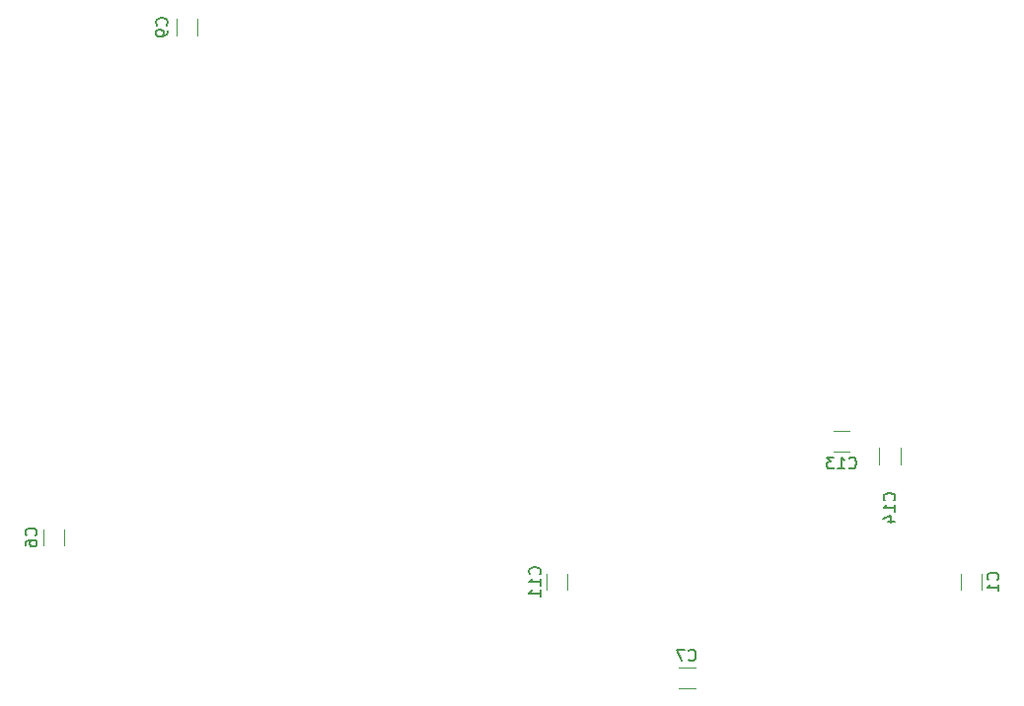
<source format=gbr>
%TF.GenerationSoftware,KiCad,Pcbnew,6.0.5-a6ca702e91~116~ubuntu20.04.1*%
%TF.CreationDate,2022-05-22T19:55:41+02:00*%
%TF.ProjectId,cpu_mem_cpld,6370755f-6d65-46d5-9f63-706c642e6b69,rev?*%
%TF.SameCoordinates,Original*%
%TF.FileFunction,Legend,Bot*%
%TF.FilePolarity,Positive*%
%FSLAX46Y46*%
G04 Gerber Fmt 4.6, Leading zero omitted, Abs format (unit mm)*
G04 Created by KiCad (PCBNEW 6.0.5-a6ca702e91~116~ubuntu20.04.1) date 2022-05-22 19:55:41*
%MOMM*%
%LPD*%
G01*
G04 APERTURE LIST*
%ADD10C,0.150000*%
%ADD11C,0.120000*%
G04 APERTURE END LIST*
D10*
%TO.C,C1*%
X181332142Y-118578333D02*
X181379761Y-118530714D01*
X181427380Y-118387857D01*
X181427380Y-118292619D01*
X181379761Y-118149761D01*
X181284523Y-118054523D01*
X181189285Y-118006904D01*
X180998809Y-117959285D01*
X180855952Y-117959285D01*
X180665476Y-118006904D01*
X180570238Y-118054523D01*
X180475000Y-118149761D01*
X180427380Y-118292619D01*
X180427380Y-118387857D01*
X180475000Y-118530714D01*
X180522619Y-118578333D01*
X181427380Y-119530714D02*
X181427380Y-118959285D01*
X181427380Y-119245000D02*
X180427380Y-119245000D01*
X180570238Y-119149761D01*
X180665476Y-119054523D01*
X180713095Y-118959285D01*
%TO.C,C14*%
X172442142Y-111752142D02*
X172489761Y-111704523D01*
X172537380Y-111561666D01*
X172537380Y-111466428D01*
X172489761Y-111323571D01*
X172394523Y-111228333D01*
X172299285Y-111180714D01*
X172108809Y-111133095D01*
X171965952Y-111133095D01*
X171775476Y-111180714D01*
X171680238Y-111228333D01*
X171585000Y-111323571D01*
X171537380Y-111466428D01*
X171537380Y-111561666D01*
X171585000Y-111704523D01*
X171632619Y-111752142D01*
X172537380Y-112704523D02*
X172537380Y-112133095D01*
X172537380Y-112418809D02*
X171537380Y-112418809D01*
X171680238Y-112323571D01*
X171775476Y-112228333D01*
X171823095Y-112133095D01*
X171870714Y-113561666D02*
X172537380Y-113561666D01*
X171489761Y-113323571D02*
X172204047Y-113085476D01*
X172204047Y-113704523D01*
%TO.C,C13*%
X168575357Y-108942142D02*
X168622976Y-108989761D01*
X168765833Y-109037380D01*
X168861071Y-109037380D01*
X169003928Y-108989761D01*
X169099166Y-108894523D01*
X169146785Y-108799285D01*
X169194404Y-108608809D01*
X169194404Y-108465952D01*
X169146785Y-108275476D01*
X169099166Y-108180238D01*
X169003928Y-108085000D01*
X168861071Y-108037380D01*
X168765833Y-108037380D01*
X168622976Y-108085000D01*
X168575357Y-108132619D01*
X167622976Y-109037380D02*
X168194404Y-109037380D01*
X167908690Y-109037380D02*
X167908690Y-108037380D01*
X168003928Y-108180238D01*
X168099166Y-108275476D01*
X168194404Y-108323095D01*
X167289642Y-108037380D02*
X166670595Y-108037380D01*
X167003928Y-108418333D01*
X166861071Y-108418333D01*
X166765833Y-108465952D01*
X166718214Y-108513571D01*
X166670595Y-108608809D01*
X166670595Y-108846904D01*
X166718214Y-108942142D01*
X166765833Y-108989761D01*
X166861071Y-109037380D01*
X167146785Y-109037380D01*
X167242023Y-108989761D01*
X167289642Y-108942142D01*
%TO.C,C7*%
X154814166Y-125452142D02*
X154861785Y-125499761D01*
X155004642Y-125547380D01*
X155099880Y-125547380D01*
X155242738Y-125499761D01*
X155337976Y-125404523D01*
X155385595Y-125309285D01*
X155433214Y-125118809D01*
X155433214Y-124975952D01*
X155385595Y-124785476D01*
X155337976Y-124690238D01*
X155242738Y-124595000D01*
X155099880Y-124547380D01*
X155004642Y-124547380D01*
X154861785Y-124595000D01*
X154814166Y-124642619D01*
X154480833Y-124547380D02*
X153814166Y-124547380D01*
X154242738Y-125547380D01*
%TO.C,C6*%
X98782142Y-114768333D02*
X98829761Y-114720714D01*
X98877380Y-114577857D01*
X98877380Y-114482619D01*
X98829761Y-114339761D01*
X98734523Y-114244523D01*
X98639285Y-114196904D01*
X98448809Y-114149285D01*
X98305952Y-114149285D01*
X98115476Y-114196904D01*
X98020238Y-114244523D01*
X97925000Y-114339761D01*
X97877380Y-114482619D01*
X97877380Y-114577857D01*
X97925000Y-114720714D01*
X97972619Y-114768333D01*
X97877380Y-115625476D02*
X97877380Y-115435000D01*
X97925000Y-115339761D01*
X97972619Y-115292142D01*
X98115476Y-115196904D01*
X98305952Y-115149285D01*
X98686904Y-115149285D01*
X98782142Y-115196904D01*
X98829761Y-115244523D01*
X98877380Y-115339761D01*
X98877380Y-115530238D01*
X98829761Y-115625476D01*
X98782142Y-115673095D01*
X98686904Y-115720714D01*
X98448809Y-115720714D01*
X98353571Y-115673095D01*
X98305952Y-115625476D01*
X98258333Y-115530238D01*
X98258333Y-115339761D01*
X98305952Y-115244523D01*
X98353571Y-115196904D01*
X98448809Y-115149285D01*
%TO.C,C11*%
X142017142Y-118102142D02*
X142064761Y-118054523D01*
X142112380Y-117911666D01*
X142112380Y-117816428D01*
X142064761Y-117673571D01*
X141969523Y-117578333D01*
X141874285Y-117530714D01*
X141683809Y-117483095D01*
X141540952Y-117483095D01*
X141350476Y-117530714D01*
X141255238Y-117578333D01*
X141160000Y-117673571D01*
X141112380Y-117816428D01*
X141112380Y-117911666D01*
X141160000Y-118054523D01*
X141207619Y-118102142D01*
X142112380Y-119054523D02*
X142112380Y-118483095D01*
X142112380Y-118768809D02*
X141112380Y-118768809D01*
X141255238Y-118673571D01*
X141350476Y-118578333D01*
X141398095Y-118483095D01*
X142112380Y-120006904D02*
X142112380Y-119435476D01*
X142112380Y-119721190D02*
X141112380Y-119721190D01*
X141255238Y-119625952D01*
X141350476Y-119530714D01*
X141398095Y-119435476D01*
%TO.C,C9*%
X110008942Y-70953333D02*
X110056561Y-70905714D01*
X110104180Y-70762857D01*
X110104180Y-70667619D01*
X110056561Y-70524761D01*
X109961323Y-70429523D01*
X109866085Y-70381904D01*
X109675609Y-70334285D01*
X109532752Y-70334285D01*
X109342276Y-70381904D01*
X109247038Y-70429523D01*
X109151800Y-70524761D01*
X109104180Y-70667619D01*
X109104180Y-70762857D01*
X109151800Y-70905714D01*
X109199419Y-70953333D01*
X110104180Y-71429523D02*
X110104180Y-71620000D01*
X110056561Y-71715238D01*
X110008942Y-71762857D01*
X109866085Y-71858095D01*
X109675609Y-71905714D01*
X109294657Y-71905714D01*
X109199419Y-71858095D01*
X109151800Y-71810476D01*
X109104180Y-71715238D01*
X109104180Y-71524761D01*
X109151800Y-71429523D01*
X109199419Y-71381904D01*
X109294657Y-71334285D01*
X109532752Y-71334285D01*
X109627990Y-71381904D01*
X109675609Y-71429523D01*
X109723228Y-71524761D01*
X109723228Y-71715238D01*
X109675609Y-71810476D01*
X109627990Y-71858095D01*
X109532752Y-71905714D01*
D11*
%TO.C,C1*%
X179980000Y-118033748D02*
X179980000Y-119456252D01*
X178160000Y-118033748D02*
X178160000Y-119456252D01*
%TO.C,C14*%
X172995000Y-107238748D02*
X172995000Y-108661252D01*
X171175000Y-107238748D02*
X171175000Y-108661252D01*
%TO.C,C13*%
X168643752Y-105770000D02*
X167221248Y-105770000D01*
X168643752Y-107590000D02*
X167221248Y-107590000D01*
%TO.C,C7*%
X153936248Y-126090000D02*
X155358752Y-126090000D01*
X153936248Y-127910000D02*
X155358752Y-127910000D01*
%TO.C,C6*%
X101240000Y-115646252D02*
X101240000Y-114223748D01*
X99420000Y-115646252D02*
X99420000Y-114223748D01*
%TO.C,C11*%
X144420000Y-118033748D02*
X144420000Y-119456252D01*
X142600000Y-118033748D02*
X142600000Y-119456252D01*
%TO.C,C9*%
X110850000Y-70408748D02*
X110850000Y-71831252D01*
X112670000Y-70408748D02*
X112670000Y-71831252D01*
%TD*%
M02*

</source>
